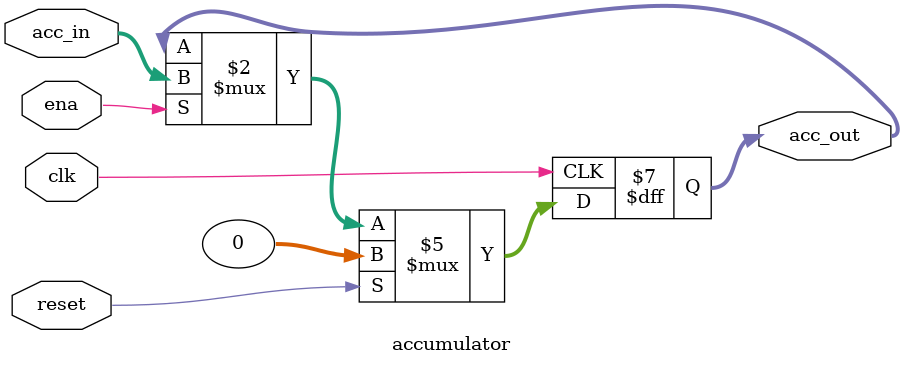
<source format=v>


module accumulator #(parameter width = 32) 
	(input    clk,
     	 input    ena,
         input    reset,
         input	  signed [width - 1 : 0] acc_in,
   	 output   reg signed [width - 1 : 0] acc_out
	) ;

   always @(posedge clk) begin
      if (reset)  acc_out <= 0 ;
      else if (ena) acc_out <= acc_in ;
   end

endmodule

</source>
